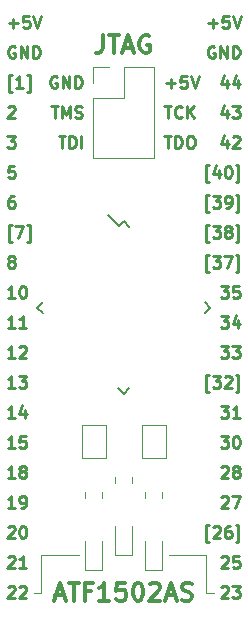
<source format=gbr>
G04 #@! TF.GenerationSoftware,KiCad,Pcbnew,5.99.0-unknown-8bd2765~86~ubuntu18.04.1*
G04 #@! TF.CreationDate,2019-12-15T18:04:06+00:00*
G04 #@! TF.ProjectId,ATF1502AS-EVB,41544631-3530-4324-9153-2d4556422e6b,rev?*
G04 #@! TF.SameCoordinates,Original*
G04 #@! TF.FileFunction,Legend,Top*
G04 #@! TF.FilePolarity,Positive*
%FSLAX46Y46*%
G04 Gerber Fmt 4.6, Leading zero omitted, Abs format (unit mm)*
G04 Created by KiCad (PCBNEW 5.99.0-unknown-8bd2765~86~ubuntu18.04.1) date 2019-12-15 18:04:06*
%MOMM*%
%LPD*%
G04 APERTURE LIST*
%ADD10C,0.120000*%
%ADD11C,0.300000*%
%ADD12C,0.254000*%
%ADD13C,0.150000*%
G04 APERTURE END LIST*
D10*
X55245000Y-95885000D02*
X58420000Y-95885000D01*
X55245000Y-99060000D02*
X55245000Y-95885000D01*
X54610000Y-99060000D02*
X55245000Y-99060000D01*
X69215000Y-95885000D02*
X66040000Y-95885000D01*
X69215000Y-96520000D02*
X69215000Y-95885000D01*
X69215000Y-99060000D02*
X69215000Y-96520000D01*
X69850000Y-99060000D02*
X69215000Y-99060000D01*
D11*
X60480000Y-51883571D02*
X60480000Y-52955000D01*
X60408571Y-53169285D01*
X60265714Y-53312142D01*
X60051428Y-53383571D01*
X59908571Y-53383571D01*
X60980000Y-51883571D02*
X61837142Y-51883571D01*
X61408571Y-53383571D02*
X61408571Y-51883571D01*
X62265714Y-52955000D02*
X62980000Y-52955000D01*
X62122857Y-53383571D02*
X62622857Y-51883571D01*
X63122857Y-53383571D01*
X64408571Y-51955000D02*
X64265714Y-51883571D01*
X64051428Y-51883571D01*
X63837142Y-51955000D01*
X63694285Y-52097857D01*
X63622857Y-52240714D01*
X63551428Y-52526428D01*
X63551428Y-52740714D01*
X63622857Y-53026428D01*
X63694285Y-53169285D01*
X63837142Y-53312142D01*
X64051428Y-53383571D01*
X64194285Y-53383571D01*
X64408571Y-53312142D01*
X64480000Y-53240714D01*
X64480000Y-52740714D01*
X64194285Y-52740714D01*
D12*
X65666861Y-60403619D02*
X66247433Y-60403619D01*
X65957147Y-61419619D02*
X65957147Y-60403619D01*
X66586100Y-61419619D02*
X66586100Y-60403619D01*
X66828004Y-60403619D01*
X66973147Y-60452000D01*
X67069909Y-60548761D01*
X67118290Y-60645523D01*
X67166671Y-60839047D01*
X67166671Y-60984190D01*
X67118290Y-61177714D01*
X67069909Y-61274476D01*
X66973147Y-61371238D01*
X66828004Y-61419619D01*
X66586100Y-61419619D01*
X67795623Y-60403619D02*
X67989147Y-60403619D01*
X68085909Y-60452000D01*
X68182671Y-60548761D01*
X68231052Y-60742285D01*
X68231052Y-61080952D01*
X68182671Y-61274476D01*
X68085909Y-61371238D01*
X67989147Y-61419619D01*
X67795623Y-61419619D01*
X67698861Y-61371238D01*
X67602100Y-61274476D01*
X67553719Y-61080952D01*
X67553719Y-60742285D01*
X67602100Y-60548761D01*
X67698861Y-60452000D01*
X67795623Y-60403619D01*
X65666861Y-57863619D02*
X66247433Y-57863619D01*
X65957147Y-58879619D02*
X65957147Y-57863619D01*
X67166671Y-58782857D02*
X67118290Y-58831238D01*
X66973147Y-58879619D01*
X66876385Y-58879619D01*
X66731242Y-58831238D01*
X66634480Y-58734476D01*
X66586100Y-58637714D01*
X66537719Y-58444190D01*
X66537719Y-58299047D01*
X66586100Y-58105523D01*
X66634480Y-58008761D01*
X66731242Y-57912000D01*
X66876385Y-57863619D01*
X66973147Y-57863619D01*
X67118290Y-57912000D01*
X67166671Y-57960380D01*
X67602100Y-58879619D02*
X67602100Y-57863619D01*
X68182671Y-58879619D02*
X67747242Y-58299047D01*
X68182671Y-57863619D02*
X67602100Y-58444190D01*
X65812004Y-55952571D02*
X66586100Y-55952571D01*
X66199052Y-56339619D02*
X66199052Y-55565523D01*
X67553719Y-55323619D02*
X67069909Y-55323619D01*
X67021528Y-55807428D01*
X67069909Y-55759047D01*
X67166671Y-55710666D01*
X67408576Y-55710666D01*
X67505338Y-55759047D01*
X67553719Y-55807428D01*
X67602100Y-55904190D01*
X67602100Y-56146095D01*
X67553719Y-56242857D01*
X67505338Y-56291238D01*
X67408576Y-56339619D01*
X67166671Y-56339619D01*
X67069909Y-56291238D01*
X67021528Y-56242857D01*
X67892385Y-55323619D02*
X68231052Y-56339619D01*
X68569719Y-55323619D01*
X56712757Y-60403619D02*
X57293328Y-60403619D01*
X57003042Y-61419619D02*
X57003042Y-60403619D01*
X57631995Y-61419619D02*
X57631995Y-60403619D01*
X57873900Y-60403619D01*
X58019042Y-60452000D01*
X58115804Y-60548761D01*
X58164185Y-60645523D01*
X58212566Y-60839047D01*
X58212566Y-60984190D01*
X58164185Y-61177714D01*
X58115804Y-61274476D01*
X58019042Y-61371238D01*
X57873900Y-61419619D01*
X57631995Y-61419619D01*
X58647995Y-61419619D02*
X58647995Y-60403619D01*
X56083804Y-57863619D02*
X56664376Y-57863619D01*
X56374090Y-58879619D02*
X56374090Y-57863619D01*
X57003042Y-58879619D02*
X57003042Y-57863619D01*
X57341709Y-58589333D01*
X57680376Y-57863619D01*
X57680376Y-58879619D01*
X58115804Y-58831238D02*
X58260947Y-58879619D01*
X58502852Y-58879619D01*
X58599614Y-58831238D01*
X58647995Y-58782857D01*
X58696376Y-58686095D01*
X58696376Y-58589333D01*
X58647995Y-58492571D01*
X58599614Y-58444190D01*
X58502852Y-58395809D01*
X58309328Y-58347428D01*
X58212566Y-58299047D01*
X58164185Y-58250666D01*
X58115804Y-58153904D01*
X58115804Y-58057142D01*
X58164185Y-57960380D01*
X58212566Y-57912000D01*
X58309328Y-57863619D01*
X58551233Y-57863619D01*
X58696376Y-57912000D01*
X56567614Y-55372000D02*
X56470852Y-55323619D01*
X56325709Y-55323619D01*
X56180566Y-55372000D01*
X56083804Y-55468761D01*
X56035423Y-55565523D01*
X55987042Y-55759047D01*
X55987042Y-55904190D01*
X56035423Y-56097714D01*
X56083804Y-56194476D01*
X56180566Y-56291238D01*
X56325709Y-56339619D01*
X56422471Y-56339619D01*
X56567614Y-56291238D01*
X56615995Y-56242857D01*
X56615995Y-55904190D01*
X56422471Y-55904190D01*
X57051423Y-56339619D02*
X57051423Y-55323619D01*
X57631995Y-56339619D01*
X57631995Y-55323619D01*
X58115804Y-56339619D02*
X58115804Y-55323619D01*
X58357709Y-55323619D01*
X58502852Y-55372000D01*
X58599614Y-55468761D01*
X58647995Y-55565523D01*
X58696376Y-55759047D01*
X58696376Y-55904190D01*
X58647995Y-56097714D01*
X58599614Y-56194476D01*
X58502852Y-56291238D01*
X58357709Y-56339619D01*
X58115804Y-56339619D01*
X69902614Y-52832000D02*
X69805852Y-52783619D01*
X69660709Y-52783619D01*
X69515566Y-52832000D01*
X69418804Y-52928761D01*
X69370423Y-53025523D01*
X69322042Y-53219047D01*
X69322042Y-53364190D01*
X69370423Y-53557714D01*
X69418804Y-53654476D01*
X69515566Y-53751238D01*
X69660709Y-53799619D01*
X69757471Y-53799619D01*
X69902614Y-53751238D01*
X69950995Y-53702857D01*
X69950995Y-53364190D01*
X69757471Y-53364190D01*
X70386423Y-53799619D02*
X70386423Y-52783619D01*
X70966995Y-53799619D01*
X70966995Y-52783619D01*
X71450804Y-53799619D02*
X71450804Y-52783619D01*
X71692709Y-52783619D01*
X71837852Y-52832000D01*
X71934614Y-52928761D01*
X71982995Y-53025523D01*
X72031376Y-53219047D01*
X72031376Y-53364190D01*
X71982995Y-53557714D01*
X71934614Y-53654476D01*
X71837852Y-53751238D01*
X71692709Y-53799619D01*
X71450804Y-53799619D01*
X69370423Y-50872571D02*
X70144519Y-50872571D01*
X69757471Y-51259619D02*
X69757471Y-50485523D01*
X71112138Y-50243619D02*
X70628328Y-50243619D01*
X70579947Y-50727428D01*
X70628328Y-50679047D01*
X70725090Y-50630666D01*
X70966995Y-50630666D01*
X71063757Y-50679047D01*
X71112138Y-50727428D01*
X71160519Y-50824190D01*
X71160519Y-51066095D01*
X71112138Y-51162857D01*
X71063757Y-51211238D01*
X70966995Y-51259619D01*
X70725090Y-51259619D01*
X70628328Y-51211238D01*
X70579947Y-51162857D01*
X71450804Y-50243619D02*
X71789471Y-51259619D01*
X72128138Y-50243619D01*
X70966995Y-55662285D02*
X70966995Y-56339619D01*
X70725090Y-55275238D02*
X70483185Y-56000952D01*
X71112138Y-56000952D01*
X71934614Y-55662285D02*
X71934614Y-56339619D01*
X71692709Y-55275238D02*
X71450804Y-56000952D01*
X72079757Y-56000952D01*
X70966995Y-58202285D02*
X70966995Y-58879619D01*
X70725090Y-57815238D02*
X70483185Y-58540952D01*
X71112138Y-58540952D01*
X71402423Y-57863619D02*
X72031376Y-57863619D01*
X71692709Y-58250666D01*
X71837852Y-58250666D01*
X71934614Y-58299047D01*
X71982995Y-58347428D01*
X72031376Y-58444190D01*
X72031376Y-58686095D01*
X71982995Y-58782857D01*
X71934614Y-58831238D01*
X71837852Y-58879619D01*
X71547566Y-58879619D01*
X71450804Y-58831238D01*
X71402423Y-58782857D01*
X70966995Y-60742285D02*
X70966995Y-61419619D01*
X70725090Y-60355238D02*
X70483185Y-61080952D01*
X71112138Y-61080952D01*
X71450804Y-60500380D02*
X71499185Y-60452000D01*
X71595947Y-60403619D01*
X71837852Y-60403619D01*
X71934614Y-60452000D01*
X71982995Y-60500380D01*
X72031376Y-60597142D01*
X72031376Y-60693904D01*
X71982995Y-60839047D01*
X71402423Y-61419619D01*
X72031376Y-61419619D01*
X69467185Y-64298285D02*
X69225280Y-64298285D01*
X69225280Y-62846857D01*
X69467185Y-62846857D01*
X70289661Y-63282285D02*
X70289661Y-63959619D01*
X70047757Y-62895238D02*
X69805852Y-63620952D01*
X70434804Y-63620952D01*
X71015376Y-62943619D02*
X71112138Y-62943619D01*
X71208900Y-62992000D01*
X71257280Y-63040380D01*
X71305661Y-63137142D01*
X71354042Y-63330666D01*
X71354042Y-63572571D01*
X71305661Y-63766095D01*
X71257280Y-63862857D01*
X71208900Y-63911238D01*
X71112138Y-63959619D01*
X71015376Y-63959619D01*
X70918614Y-63911238D01*
X70870233Y-63862857D01*
X70821852Y-63766095D01*
X70773471Y-63572571D01*
X70773471Y-63330666D01*
X70821852Y-63137142D01*
X70870233Y-63040380D01*
X70918614Y-62992000D01*
X71015376Y-62943619D01*
X71692709Y-64298285D02*
X71934614Y-64298285D01*
X71934614Y-62846857D01*
X71692709Y-62846857D01*
X69467185Y-66838285D02*
X69225280Y-66838285D01*
X69225280Y-65386857D01*
X69467185Y-65386857D01*
X69757471Y-65483619D02*
X70386423Y-65483619D01*
X70047757Y-65870666D01*
X70192900Y-65870666D01*
X70289661Y-65919047D01*
X70338042Y-65967428D01*
X70386423Y-66064190D01*
X70386423Y-66306095D01*
X70338042Y-66402857D01*
X70289661Y-66451238D01*
X70192900Y-66499619D01*
X69902614Y-66499619D01*
X69805852Y-66451238D01*
X69757471Y-66402857D01*
X70870233Y-66499619D02*
X71063757Y-66499619D01*
X71160519Y-66451238D01*
X71208900Y-66402857D01*
X71305661Y-66257714D01*
X71354042Y-66064190D01*
X71354042Y-65677142D01*
X71305661Y-65580380D01*
X71257280Y-65532000D01*
X71160519Y-65483619D01*
X70966995Y-65483619D01*
X70870233Y-65532000D01*
X70821852Y-65580380D01*
X70773471Y-65677142D01*
X70773471Y-65919047D01*
X70821852Y-66015809D01*
X70870233Y-66064190D01*
X70966995Y-66112571D01*
X71160519Y-66112571D01*
X71257280Y-66064190D01*
X71305661Y-66015809D01*
X71354042Y-65919047D01*
X71692709Y-66838285D02*
X71934614Y-66838285D01*
X71934614Y-65386857D01*
X71692709Y-65386857D01*
X69467185Y-69378285D02*
X69225280Y-69378285D01*
X69225280Y-67926857D01*
X69467185Y-67926857D01*
X69757471Y-68023619D02*
X70386423Y-68023619D01*
X70047757Y-68410666D01*
X70192900Y-68410666D01*
X70289661Y-68459047D01*
X70338042Y-68507428D01*
X70386423Y-68604190D01*
X70386423Y-68846095D01*
X70338042Y-68942857D01*
X70289661Y-68991238D01*
X70192900Y-69039619D01*
X69902614Y-69039619D01*
X69805852Y-68991238D01*
X69757471Y-68942857D01*
X70966995Y-68459047D02*
X70870233Y-68410666D01*
X70821852Y-68362285D01*
X70773471Y-68265523D01*
X70773471Y-68217142D01*
X70821852Y-68120380D01*
X70870233Y-68072000D01*
X70966995Y-68023619D01*
X71160519Y-68023619D01*
X71257280Y-68072000D01*
X71305661Y-68120380D01*
X71354042Y-68217142D01*
X71354042Y-68265523D01*
X71305661Y-68362285D01*
X71257280Y-68410666D01*
X71160519Y-68459047D01*
X70966995Y-68459047D01*
X70870233Y-68507428D01*
X70821852Y-68555809D01*
X70773471Y-68652571D01*
X70773471Y-68846095D01*
X70821852Y-68942857D01*
X70870233Y-68991238D01*
X70966995Y-69039619D01*
X71160519Y-69039619D01*
X71257280Y-68991238D01*
X71305661Y-68942857D01*
X71354042Y-68846095D01*
X71354042Y-68652571D01*
X71305661Y-68555809D01*
X71257280Y-68507428D01*
X71160519Y-68459047D01*
X71692709Y-69378285D02*
X71934614Y-69378285D01*
X71934614Y-67926857D01*
X71692709Y-67926857D01*
X69467185Y-71918285D02*
X69225280Y-71918285D01*
X69225280Y-70466857D01*
X69467185Y-70466857D01*
X69757471Y-70563619D02*
X70386423Y-70563619D01*
X70047757Y-70950666D01*
X70192900Y-70950666D01*
X70289661Y-70999047D01*
X70338042Y-71047428D01*
X70386423Y-71144190D01*
X70386423Y-71386095D01*
X70338042Y-71482857D01*
X70289661Y-71531238D01*
X70192900Y-71579619D01*
X69902614Y-71579619D01*
X69805852Y-71531238D01*
X69757471Y-71482857D01*
X70725090Y-70563619D02*
X71402423Y-70563619D01*
X70966995Y-71579619D01*
X71692709Y-71918285D02*
X71934614Y-71918285D01*
X71934614Y-70466857D01*
X71692709Y-70466857D01*
X70434804Y-73103619D02*
X71063757Y-73103619D01*
X70725090Y-73490666D01*
X70870233Y-73490666D01*
X70966995Y-73539047D01*
X71015376Y-73587428D01*
X71063757Y-73684190D01*
X71063757Y-73926095D01*
X71015376Y-74022857D01*
X70966995Y-74071238D01*
X70870233Y-74119619D01*
X70579947Y-74119619D01*
X70483185Y-74071238D01*
X70434804Y-74022857D01*
X71982995Y-73103619D02*
X71499185Y-73103619D01*
X71450804Y-73587428D01*
X71499185Y-73539047D01*
X71595947Y-73490666D01*
X71837852Y-73490666D01*
X71934614Y-73539047D01*
X71982995Y-73587428D01*
X72031376Y-73684190D01*
X72031376Y-73926095D01*
X71982995Y-74022857D01*
X71934614Y-74071238D01*
X71837852Y-74119619D01*
X71595947Y-74119619D01*
X71499185Y-74071238D01*
X71450804Y-74022857D01*
X70434804Y-75643619D02*
X71063757Y-75643619D01*
X70725090Y-76030666D01*
X70870233Y-76030666D01*
X70966995Y-76079047D01*
X71015376Y-76127428D01*
X71063757Y-76224190D01*
X71063757Y-76466095D01*
X71015376Y-76562857D01*
X70966995Y-76611238D01*
X70870233Y-76659619D01*
X70579947Y-76659619D01*
X70483185Y-76611238D01*
X70434804Y-76562857D01*
X71934614Y-75982285D02*
X71934614Y-76659619D01*
X71692709Y-75595238D02*
X71450804Y-76320952D01*
X72079757Y-76320952D01*
X70434804Y-78183619D02*
X71063757Y-78183619D01*
X70725090Y-78570666D01*
X70870233Y-78570666D01*
X70966995Y-78619047D01*
X71015376Y-78667428D01*
X71063757Y-78764190D01*
X71063757Y-79006095D01*
X71015376Y-79102857D01*
X70966995Y-79151238D01*
X70870233Y-79199619D01*
X70579947Y-79199619D01*
X70483185Y-79151238D01*
X70434804Y-79102857D01*
X71402423Y-78183619D02*
X72031376Y-78183619D01*
X71692709Y-78570666D01*
X71837852Y-78570666D01*
X71934614Y-78619047D01*
X71982995Y-78667428D01*
X72031376Y-78764190D01*
X72031376Y-79006095D01*
X71982995Y-79102857D01*
X71934614Y-79151238D01*
X71837852Y-79199619D01*
X71547566Y-79199619D01*
X71450804Y-79151238D01*
X71402423Y-79102857D01*
X69467185Y-82078285D02*
X69225280Y-82078285D01*
X69225280Y-80626857D01*
X69467185Y-80626857D01*
X69757471Y-80723619D02*
X70386423Y-80723619D01*
X70047757Y-81110666D01*
X70192900Y-81110666D01*
X70289661Y-81159047D01*
X70338042Y-81207428D01*
X70386423Y-81304190D01*
X70386423Y-81546095D01*
X70338042Y-81642857D01*
X70289661Y-81691238D01*
X70192900Y-81739619D01*
X69902614Y-81739619D01*
X69805852Y-81691238D01*
X69757471Y-81642857D01*
X70773471Y-80820380D02*
X70821852Y-80772000D01*
X70918614Y-80723619D01*
X71160519Y-80723619D01*
X71257280Y-80772000D01*
X71305661Y-80820380D01*
X71354042Y-80917142D01*
X71354042Y-81013904D01*
X71305661Y-81159047D01*
X70725090Y-81739619D01*
X71354042Y-81739619D01*
X71692709Y-82078285D02*
X71934614Y-82078285D01*
X71934614Y-80626857D01*
X71692709Y-80626857D01*
X70434804Y-83263619D02*
X71063757Y-83263619D01*
X70725090Y-83650666D01*
X70870233Y-83650666D01*
X70966995Y-83699047D01*
X71015376Y-83747428D01*
X71063757Y-83844190D01*
X71063757Y-84086095D01*
X71015376Y-84182857D01*
X70966995Y-84231238D01*
X70870233Y-84279619D01*
X70579947Y-84279619D01*
X70483185Y-84231238D01*
X70434804Y-84182857D01*
X72031376Y-84279619D02*
X71450804Y-84279619D01*
X71741090Y-84279619D02*
X71741090Y-83263619D01*
X71644328Y-83408761D01*
X71547566Y-83505523D01*
X71450804Y-83553904D01*
X70434804Y-85803619D02*
X71063757Y-85803619D01*
X70725090Y-86190666D01*
X70870233Y-86190666D01*
X70966995Y-86239047D01*
X71015376Y-86287428D01*
X71063757Y-86384190D01*
X71063757Y-86626095D01*
X71015376Y-86722857D01*
X70966995Y-86771238D01*
X70870233Y-86819619D01*
X70579947Y-86819619D01*
X70483185Y-86771238D01*
X70434804Y-86722857D01*
X71692709Y-85803619D02*
X71789471Y-85803619D01*
X71886233Y-85852000D01*
X71934614Y-85900380D01*
X71982995Y-85997142D01*
X72031376Y-86190666D01*
X72031376Y-86432571D01*
X71982995Y-86626095D01*
X71934614Y-86722857D01*
X71886233Y-86771238D01*
X71789471Y-86819619D01*
X71692709Y-86819619D01*
X71595947Y-86771238D01*
X71547566Y-86722857D01*
X71499185Y-86626095D01*
X71450804Y-86432571D01*
X71450804Y-86190666D01*
X71499185Y-85997142D01*
X71547566Y-85900380D01*
X71595947Y-85852000D01*
X71692709Y-85803619D01*
X70483185Y-88440380D02*
X70531566Y-88392000D01*
X70628328Y-88343619D01*
X70870233Y-88343619D01*
X70966995Y-88392000D01*
X71015376Y-88440380D01*
X71063757Y-88537142D01*
X71063757Y-88633904D01*
X71015376Y-88779047D01*
X70434804Y-89359619D01*
X71063757Y-89359619D01*
X71644328Y-88779047D02*
X71547566Y-88730666D01*
X71499185Y-88682285D01*
X71450804Y-88585523D01*
X71450804Y-88537142D01*
X71499185Y-88440380D01*
X71547566Y-88392000D01*
X71644328Y-88343619D01*
X71837852Y-88343619D01*
X71934614Y-88392000D01*
X71982995Y-88440380D01*
X72031376Y-88537142D01*
X72031376Y-88585523D01*
X71982995Y-88682285D01*
X71934614Y-88730666D01*
X71837852Y-88779047D01*
X71644328Y-88779047D01*
X71547566Y-88827428D01*
X71499185Y-88875809D01*
X71450804Y-88972571D01*
X71450804Y-89166095D01*
X71499185Y-89262857D01*
X71547566Y-89311238D01*
X71644328Y-89359619D01*
X71837852Y-89359619D01*
X71934614Y-89311238D01*
X71982995Y-89262857D01*
X72031376Y-89166095D01*
X72031376Y-88972571D01*
X71982995Y-88875809D01*
X71934614Y-88827428D01*
X71837852Y-88779047D01*
X70483185Y-90980380D02*
X70531566Y-90932000D01*
X70628328Y-90883619D01*
X70870233Y-90883619D01*
X70966995Y-90932000D01*
X71015376Y-90980380D01*
X71063757Y-91077142D01*
X71063757Y-91173904D01*
X71015376Y-91319047D01*
X70434804Y-91899619D01*
X71063757Y-91899619D01*
X71402423Y-90883619D02*
X72079757Y-90883619D01*
X71644328Y-91899619D01*
X69467185Y-94778285D02*
X69225280Y-94778285D01*
X69225280Y-93326857D01*
X69467185Y-93326857D01*
X69805852Y-93520380D02*
X69854233Y-93472000D01*
X69950995Y-93423619D01*
X70192900Y-93423619D01*
X70289661Y-93472000D01*
X70338042Y-93520380D01*
X70386423Y-93617142D01*
X70386423Y-93713904D01*
X70338042Y-93859047D01*
X69757471Y-94439619D01*
X70386423Y-94439619D01*
X71257280Y-93423619D02*
X71063757Y-93423619D01*
X70966995Y-93472000D01*
X70918614Y-93520380D01*
X70821852Y-93665523D01*
X70773471Y-93859047D01*
X70773471Y-94246095D01*
X70821852Y-94342857D01*
X70870233Y-94391238D01*
X70966995Y-94439619D01*
X71160519Y-94439619D01*
X71257280Y-94391238D01*
X71305661Y-94342857D01*
X71354042Y-94246095D01*
X71354042Y-94004190D01*
X71305661Y-93907428D01*
X71257280Y-93859047D01*
X71160519Y-93810666D01*
X70966995Y-93810666D01*
X70870233Y-93859047D01*
X70821852Y-93907428D01*
X70773471Y-94004190D01*
X71692709Y-94778285D02*
X71934614Y-94778285D01*
X71934614Y-93326857D01*
X71692709Y-93326857D01*
X70483185Y-96060380D02*
X70531566Y-96012000D01*
X70628328Y-95963619D01*
X70870233Y-95963619D01*
X70966995Y-96012000D01*
X71015376Y-96060380D01*
X71063757Y-96157142D01*
X71063757Y-96253904D01*
X71015376Y-96399047D01*
X70434804Y-96979619D01*
X71063757Y-96979619D01*
X71982995Y-95963619D02*
X71499185Y-95963619D01*
X71450804Y-96447428D01*
X71499185Y-96399047D01*
X71595947Y-96350666D01*
X71837852Y-96350666D01*
X71934614Y-96399047D01*
X71982995Y-96447428D01*
X72031376Y-96544190D01*
X72031376Y-96786095D01*
X71982995Y-96882857D01*
X71934614Y-96931238D01*
X71837852Y-96979619D01*
X71595947Y-96979619D01*
X71499185Y-96931238D01*
X71450804Y-96882857D01*
X70483185Y-98600380D02*
X70531566Y-98552000D01*
X70628328Y-98503619D01*
X70870233Y-98503619D01*
X70966995Y-98552000D01*
X71015376Y-98600380D01*
X71063757Y-98697142D01*
X71063757Y-98793904D01*
X71015376Y-98939047D01*
X70434804Y-99519619D01*
X71063757Y-99519619D01*
X71402423Y-98503619D02*
X72031376Y-98503619D01*
X71692709Y-98890666D01*
X71837852Y-98890666D01*
X71934614Y-98939047D01*
X71982995Y-98987428D01*
X72031376Y-99084190D01*
X72031376Y-99326095D01*
X71982995Y-99422857D01*
X71934614Y-99471238D01*
X71837852Y-99519619D01*
X71547566Y-99519619D01*
X71450804Y-99471238D01*
X71402423Y-99422857D01*
X52428623Y-98600380D02*
X52477004Y-98552000D01*
X52573766Y-98503619D01*
X52815671Y-98503619D01*
X52912433Y-98552000D01*
X52960814Y-98600380D01*
X53009195Y-98697142D01*
X53009195Y-98793904D01*
X52960814Y-98939047D01*
X52380242Y-99519619D01*
X53009195Y-99519619D01*
X53396242Y-98600380D02*
X53444623Y-98552000D01*
X53541385Y-98503619D01*
X53783290Y-98503619D01*
X53880052Y-98552000D01*
X53928433Y-98600380D01*
X53976814Y-98697142D01*
X53976814Y-98793904D01*
X53928433Y-98939047D01*
X53347861Y-99519619D01*
X53976814Y-99519619D01*
X52428623Y-96060380D02*
X52477004Y-96012000D01*
X52573766Y-95963619D01*
X52815671Y-95963619D01*
X52912433Y-96012000D01*
X52960814Y-96060380D01*
X53009195Y-96157142D01*
X53009195Y-96253904D01*
X52960814Y-96399047D01*
X52380242Y-96979619D01*
X53009195Y-96979619D01*
X53976814Y-96979619D02*
X53396242Y-96979619D01*
X53686528Y-96979619D02*
X53686528Y-95963619D01*
X53589766Y-96108761D01*
X53493004Y-96205523D01*
X53396242Y-96253904D01*
X52428623Y-93520380D02*
X52477004Y-93472000D01*
X52573766Y-93423619D01*
X52815671Y-93423619D01*
X52912433Y-93472000D01*
X52960814Y-93520380D01*
X53009195Y-93617142D01*
X53009195Y-93713904D01*
X52960814Y-93859047D01*
X52380242Y-94439619D01*
X53009195Y-94439619D01*
X53638147Y-93423619D02*
X53734909Y-93423619D01*
X53831671Y-93472000D01*
X53880052Y-93520380D01*
X53928433Y-93617142D01*
X53976814Y-93810666D01*
X53976814Y-94052571D01*
X53928433Y-94246095D01*
X53880052Y-94342857D01*
X53831671Y-94391238D01*
X53734909Y-94439619D01*
X53638147Y-94439619D01*
X53541385Y-94391238D01*
X53493004Y-94342857D01*
X53444623Y-94246095D01*
X53396242Y-94052571D01*
X53396242Y-93810666D01*
X53444623Y-93617142D01*
X53493004Y-93520380D01*
X53541385Y-93472000D01*
X53638147Y-93423619D01*
X53009195Y-91899619D02*
X52428623Y-91899619D01*
X52718909Y-91899619D02*
X52718909Y-90883619D01*
X52622147Y-91028761D01*
X52525385Y-91125523D01*
X52428623Y-91173904D01*
X53493004Y-91899619D02*
X53686528Y-91899619D01*
X53783290Y-91851238D01*
X53831671Y-91802857D01*
X53928433Y-91657714D01*
X53976814Y-91464190D01*
X53976814Y-91077142D01*
X53928433Y-90980380D01*
X53880052Y-90932000D01*
X53783290Y-90883619D01*
X53589766Y-90883619D01*
X53493004Y-90932000D01*
X53444623Y-90980380D01*
X53396242Y-91077142D01*
X53396242Y-91319047D01*
X53444623Y-91415809D01*
X53493004Y-91464190D01*
X53589766Y-91512571D01*
X53783290Y-91512571D01*
X53880052Y-91464190D01*
X53928433Y-91415809D01*
X53976814Y-91319047D01*
X53009195Y-89359619D02*
X52428623Y-89359619D01*
X52718909Y-89359619D02*
X52718909Y-88343619D01*
X52622147Y-88488761D01*
X52525385Y-88585523D01*
X52428623Y-88633904D01*
X53589766Y-88779047D02*
X53493004Y-88730666D01*
X53444623Y-88682285D01*
X53396242Y-88585523D01*
X53396242Y-88537142D01*
X53444623Y-88440380D01*
X53493004Y-88392000D01*
X53589766Y-88343619D01*
X53783290Y-88343619D01*
X53880052Y-88392000D01*
X53928433Y-88440380D01*
X53976814Y-88537142D01*
X53976814Y-88585523D01*
X53928433Y-88682285D01*
X53880052Y-88730666D01*
X53783290Y-88779047D01*
X53589766Y-88779047D01*
X53493004Y-88827428D01*
X53444623Y-88875809D01*
X53396242Y-88972571D01*
X53396242Y-89166095D01*
X53444623Y-89262857D01*
X53493004Y-89311238D01*
X53589766Y-89359619D01*
X53783290Y-89359619D01*
X53880052Y-89311238D01*
X53928433Y-89262857D01*
X53976814Y-89166095D01*
X53976814Y-88972571D01*
X53928433Y-88875809D01*
X53880052Y-88827428D01*
X53783290Y-88779047D01*
X53009195Y-86819619D02*
X52428623Y-86819619D01*
X52718909Y-86819619D02*
X52718909Y-85803619D01*
X52622147Y-85948761D01*
X52525385Y-86045523D01*
X52428623Y-86093904D01*
X53928433Y-85803619D02*
X53444623Y-85803619D01*
X53396242Y-86287428D01*
X53444623Y-86239047D01*
X53541385Y-86190666D01*
X53783290Y-86190666D01*
X53880052Y-86239047D01*
X53928433Y-86287428D01*
X53976814Y-86384190D01*
X53976814Y-86626095D01*
X53928433Y-86722857D01*
X53880052Y-86771238D01*
X53783290Y-86819619D01*
X53541385Y-86819619D01*
X53444623Y-86771238D01*
X53396242Y-86722857D01*
X53009195Y-84279619D02*
X52428623Y-84279619D01*
X52718909Y-84279619D02*
X52718909Y-83263619D01*
X52622147Y-83408761D01*
X52525385Y-83505523D01*
X52428623Y-83553904D01*
X53880052Y-83602285D02*
X53880052Y-84279619D01*
X53638147Y-83215238D02*
X53396242Y-83940952D01*
X54025195Y-83940952D01*
X53009195Y-81739619D02*
X52428623Y-81739619D01*
X52718909Y-81739619D02*
X52718909Y-80723619D01*
X52622147Y-80868761D01*
X52525385Y-80965523D01*
X52428623Y-81013904D01*
X53347861Y-80723619D02*
X53976814Y-80723619D01*
X53638147Y-81110666D01*
X53783290Y-81110666D01*
X53880052Y-81159047D01*
X53928433Y-81207428D01*
X53976814Y-81304190D01*
X53976814Y-81546095D01*
X53928433Y-81642857D01*
X53880052Y-81691238D01*
X53783290Y-81739619D01*
X53493004Y-81739619D01*
X53396242Y-81691238D01*
X53347861Y-81642857D01*
X53009195Y-79199619D02*
X52428623Y-79199619D01*
X52718909Y-79199619D02*
X52718909Y-78183619D01*
X52622147Y-78328761D01*
X52525385Y-78425523D01*
X52428623Y-78473904D01*
X53396242Y-78280380D02*
X53444623Y-78232000D01*
X53541385Y-78183619D01*
X53783290Y-78183619D01*
X53880052Y-78232000D01*
X53928433Y-78280380D01*
X53976814Y-78377142D01*
X53976814Y-78473904D01*
X53928433Y-78619047D01*
X53347861Y-79199619D01*
X53976814Y-79199619D01*
X53009195Y-76659619D02*
X52428623Y-76659619D01*
X52718909Y-76659619D02*
X52718909Y-75643619D01*
X52622147Y-75788761D01*
X52525385Y-75885523D01*
X52428623Y-75933904D01*
X53976814Y-76659619D02*
X53396242Y-76659619D01*
X53686528Y-76659619D02*
X53686528Y-75643619D01*
X53589766Y-75788761D01*
X53493004Y-75885523D01*
X53396242Y-75933904D01*
X53009195Y-74119619D02*
X52428623Y-74119619D01*
X52718909Y-74119619D02*
X52718909Y-73103619D01*
X52622147Y-73248761D01*
X52525385Y-73345523D01*
X52428623Y-73393904D01*
X53638147Y-73103619D02*
X53734909Y-73103619D01*
X53831671Y-73152000D01*
X53880052Y-73200380D01*
X53928433Y-73297142D01*
X53976814Y-73490666D01*
X53976814Y-73732571D01*
X53928433Y-73926095D01*
X53880052Y-74022857D01*
X53831671Y-74071238D01*
X53734909Y-74119619D01*
X53638147Y-74119619D01*
X53541385Y-74071238D01*
X53493004Y-74022857D01*
X53444623Y-73926095D01*
X53396242Y-73732571D01*
X53396242Y-73490666D01*
X53444623Y-73297142D01*
X53493004Y-73200380D01*
X53541385Y-73152000D01*
X53638147Y-73103619D01*
X52622147Y-70999047D02*
X52525385Y-70950666D01*
X52477004Y-70902285D01*
X52428623Y-70805523D01*
X52428623Y-70757142D01*
X52477004Y-70660380D01*
X52525385Y-70612000D01*
X52622147Y-70563619D01*
X52815671Y-70563619D01*
X52912433Y-70612000D01*
X52960814Y-70660380D01*
X53009195Y-70757142D01*
X53009195Y-70805523D01*
X52960814Y-70902285D01*
X52912433Y-70950666D01*
X52815671Y-70999047D01*
X52622147Y-70999047D01*
X52525385Y-71047428D01*
X52477004Y-71095809D01*
X52428623Y-71192571D01*
X52428623Y-71386095D01*
X52477004Y-71482857D01*
X52525385Y-71531238D01*
X52622147Y-71579619D01*
X52815671Y-71579619D01*
X52912433Y-71531238D01*
X52960814Y-71482857D01*
X53009195Y-71386095D01*
X53009195Y-71192571D01*
X52960814Y-71095809D01*
X52912433Y-71047428D01*
X52815671Y-70999047D01*
X52767290Y-69378285D02*
X52525385Y-69378285D01*
X52525385Y-67926857D01*
X52767290Y-67926857D01*
X53057576Y-68023619D02*
X53734909Y-68023619D01*
X53299480Y-69039619D01*
X54025195Y-69378285D02*
X54267100Y-69378285D01*
X54267100Y-67926857D01*
X54025195Y-67926857D01*
X52912433Y-65483619D02*
X52718909Y-65483619D01*
X52622147Y-65532000D01*
X52573766Y-65580380D01*
X52477004Y-65725523D01*
X52428623Y-65919047D01*
X52428623Y-66306095D01*
X52477004Y-66402857D01*
X52525385Y-66451238D01*
X52622147Y-66499619D01*
X52815671Y-66499619D01*
X52912433Y-66451238D01*
X52960814Y-66402857D01*
X53009195Y-66306095D01*
X53009195Y-66064190D01*
X52960814Y-65967428D01*
X52912433Y-65919047D01*
X52815671Y-65870666D01*
X52622147Y-65870666D01*
X52525385Y-65919047D01*
X52477004Y-65967428D01*
X52428623Y-66064190D01*
X52960814Y-62943619D02*
X52477004Y-62943619D01*
X52428623Y-63427428D01*
X52477004Y-63379047D01*
X52573766Y-63330666D01*
X52815671Y-63330666D01*
X52912433Y-63379047D01*
X52960814Y-63427428D01*
X53009195Y-63524190D01*
X53009195Y-63766095D01*
X52960814Y-63862857D01*
X52912433Y-63911238D01*
X52815671Y-63959619D01*
X52573766Y-63959619D01*
X52477004Y-63911238D01*
X52428623Y-63862857D01*
X52380242Y-60403619D02*
X53009195Y-60403619D01*
X52670528Y-60790666D01*
X52815671Y-60790666D01*
X52912433Y-60839047D01*
X52960814Y-60887428D01*
X53009195Y-60984190D01*
X53009195Y-61226095D01*
X52960814Y-61322857D01*
X52912433Y-61371238D01*
X52815671Y-61419619D01*
X52525385Y-61419619D01*
X52428623Y-61371238D01*
X52380242Y-61322857D01*
X52428623Y-57960380D02*
X52477004Y-57912000D01*
X52573766Y-57863619D01*
X52815671Y-57863619D01*
X52912433Y-57912000D01*
X52960814Y-57960380D01*
X53009195Y-58057142D01*
X53009195Y-58153904D01*
X52960814Y-58299047D01*
X52380242Y-58879619D01*
X53009195Y-58879619D01*
X52767290Y-56678285D02*
X52525385Y-56678285D01*
X52525385Y-55226857D01*
X52767290Y-55226857D01*
X53686528Y-56339619D02*
X53105957Y-56339619D01*
X53396242Y-56339619D02*
X53396242Y-55323619D01*
X53299480Y-55468761D01*
X53202719Y-55565523D01*
X53105957Y-55613904D01*
X54025195Y-56678285D02*
X54267100Y-56678285D01*
X54267100Y-55226857D01*
X54025195Y-55226857D01*
X52477004Y-50872571D02*
X53251100Y-50872571D01*
X52864052Y-51259619D02*
X52864052Y-50485523D01*
X54218719Y-50243619D02*
X53734909Y-50243619D01*
X53686528Y-50727428D01*
X53734909Y-50679047D01*
X53831671Y-50630666D01*
X54073576Y-50630666D01*
X54170338Y-50679047D01*
X54218719Y-50727428D01*
X54267100Y-50824190D01*
X54267100Y-51066095D01*
X54218719Y-51162857D01*
X54170338Y-51211238D01*
X54073576Y-51259619D01*
X53831671Y-51259619D01*
X53734909Y-51211238D01*
X53686528Y-51162857D01*
X54557385Y-50243619D02*
X54896052Y-51259619D01*
X55234719Y-50243619D01*
X53009195Y-52832000D02*
X52912433Y-52783619D01*
X52767290Y-52783619D01*
X52622147Y-52832000D01*
X52525385Y-52928761D01*
X52477004Y-53025523D01*
X52428623Y-53219047D01*
X52428623Y-53364190D01*
X52477004Y-53557714D01*
X52525385Y-53654476D01*
X52622147Y-53751238D01*
X52767290Y-53799619D01*
X52864052Y-53799619D01*
X53009195Y-53751238D01*
X53057576Y-53702857D01*
X53057576Y-53364190D01*
X52864052Y-53364190D01*
X53493004Y-53799619D02*
X53493004Y-52783619D01*
X54073576Y-53799619D01*
X54073576Y-52783619D01*
X54557385Y-53799619D02*
X54557385Y-52783619D01*
X54799290Y-52783619D01*
X54944433Y-52832000D01*
X55041195Y-52928761D01*
X55089576Y-53025523D01*
X55137957Y-53219047D01*
X55137957Y-53364190D01*
X55089576Y-53557714D01*
X55041195Y-53654476D01*
X54944433Y-53751238D01*
X54799290Y-53799619D01*
X54557385Y-53799619D01*
D11*
X56444285Y-99310000D02*
X57158571Y-99310000D01*
X56301428Y-99738571D02*
X56801428Y-98238571D01*
X57301428Y-99738571D01*
X57587142Y-98238571D02*
X58444285Y-98238571D01*
X58015714Y-99738571D02*
X58015714Y-98238571D01*
X59444285Y-98952857D02*
X58944285Y-98952857D01*
X58944285Y-99738571D02*
X58944285Y-98238571D01*
X59658571Y-98238571D01*
X61015714Y-99738571D02*
X60158571Y-99738571D01*
X60587142Y-99738571D02*
X60587142Y-98238571D01*
X60444285Y-98452857D01*
X60301428Y-98595714D01*
X60158571Y-98667142D01*
X62372857Y-98238571D02*
X61658571Y-98238571D01*
X61587142Y-98952857D01*
X61658571Y-98881428D01*
X61801428Y-98810000D01*
X62158571Y-98810000D01*
X62301428Y-98881428D01*
X62372857Y-98952857D01*
X62444285Y-99095714D01*
X62444285Y-99452857D01*
X62372857Y-99595714D01*
X62301428Y-99667142D01*
X62158571Y-99738571D01*
X61801428Y-99738571D01*
X61658571Y-99667142D01*
X61587142Y-99595714D01*
X63372857Y-98238571D02*
X63515714Y-98238571D01*
X63658571Y-98310000D01*
X63730000Y-98381428D01*
X63801428Y-98524285D01*
X63872857Y-98810000D01*
X63872857Y-99167142D01*
X63801428Y-99452857D01*
X63730000Y-99595714D01*
X63658571Y-99667142D01*
X63515714Y-99738571D01*
X63372857Y-99738571D01*
X63230000Y-99667142D01*
X63158571Y-99595714D01*
X63087142Y-99452857D01*
X63015714Y-99167142D01*
X63015714Y-98810000D01*
X63087142Y-98524285D01*
X63158571Y-98381428D01*
X63230000Y-98310000D01*
X63372857Y-98238571D01*
X64444285Y-98381428D02*
X64515714Y-98310000D01*
X64658571Y-98238571D01*
X65015714Y-98238571D01*
X65158571Y-98310000D01*
X65230000Y-98381428D01*
X65301428Y-98524285D01*
X65301428Y-98667142D01*
X65230000Y-98881428D01*
X64372857Y-99738571D01*
X65301428Y-99738571D01*
X65872857Y-99310000D02*
X66587142Y-99310000D01*
X65730000Y-99738571D02*
X66230000Y-98238571D01*
X66730000Y-99738571D01*
X67158571Y-99667142D02*
X67372857Y-99738571D01*
X67730000Y-99738571D01*
X67872857Y-99667142D01*
X67944285Y-99595714D01*
X68015714Y-99452857D01*
X68015714Y-99310000D01*
X67944285Y-99167142D01*
X67872857Y-99095714D01*
X67730000Y-99024285D01*
X67444285Y-98952857D01*
X67301428Y-98881428D01*
X67230000Y-98810000D01*
X67158571Y-98667142D01*
X67158571Y-98524285D01*
X67230000Y-98381428D01*
X67301428Y-98310000D01*
X67444285Y-98238571D01*
X67801428Y-98238571D01*
X68015714Y-98310000D01*
D10*
X63770000Y-84870000D02*
X65770000Y-84870000D01*
X63770000Y-87670000D02*
X63770000Y-84870000D01*
X65770000Y-87670000D02*
X63770000Y-87670000D01*
X65770000Y-84870000D02*
X65770000Y-87670000D01*
X58690000Y-84870000D02*
X60690000Y-84870000D01*
X58690000Y-87670000D02*
X58690000Y-84870000D01*
X60690000Y-87670000D02*
X58690000Y-87670000D01*
X60690000Y-84870000D02*
X60690000Y-87670000D01*
X65480000Y-90543748D02*
X65480000Y-91066252D01*
X64060000Y-90543748D02*
X64060000Y-91066252D01*
X62940000Y-89273748D02*
X62940000Y-89796252D01*
X61520000Y-89273748D02*
X61520000Y-89796252D01*
X60400000Y-90543748D02*
X60400000Y-91066252D01*
X58980000Y-90543748D02*
X58980000Y-91066252D01*
X64035000Y-94695000D02*
X64035000Y-97155000D01*
X64035000Y-97155000D02*
X65505000Y-97155000D01*
X65505000Y-97155000D02*
X65505000Y-94695000D01*
X61495000Y-93425000D02*
X61495000Y-95885000D01*
X61495000Y-95885000D02*
X62965000Y-95885000D01*
X62965000Y-95885000D02*
X62965000Y-93425000D01*
X58955000Y-94695000D02*
X58955000Y-97155000D01*
X58955000Y-97155000D02*
X60425000Y-97155000D01*
X60425000Y-97155000D02*
X60425000Y-94695000D01*
D13*
X62230000Y-67611445D02*
X61823414Y-68018031D01*
X69548555Y-74930000D02*
X69071258Y-75407297D01*
X62230000Y-82248555D02*
X62707297Y-81771258D01*
X54911445Y-74930000D02*
X55388742Y-74452703D01*
X62230000Y-67611445D02*
X62707297Y-68088742D01*
X54911445Y-74930000D02*
X55388742Y-75407297D01*
X62230000Y-82248555D02*
X61752703Y-81771258D01*
X69548555Y-74930000D02*
X69071258Y-74452703D01*
X61823414Y-68018031D02*
X60921852Y-67116470D01*
D10*
X59630000Y-62290000D02*
X64830000Y-62290000D01*
X59630000Y-57150000D02*
X59630000Y-62290000D01*
X64830000Y-54550000D02*
X64830000Y-62290000D01*
X59630000Y-57150000D02*
X62230000Y-57150000D01*
X62230000Y-57150000D02*
X62230000Y-54550000D01*
X62230000Y-54550000D02*
X64830000Y-54550000D01*
X59630000Y-55880000D02*
X59630000Y-54550000D01*
X59630000Y-54550000D02*
X60960000Y-54550000D01*
M02*

</source>
